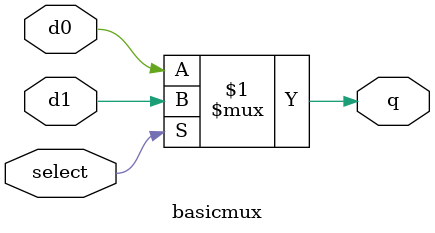
<source format=v>

/* Overly ambitious
module mux(
	input [BITS-1:0]select,
	input [DATAWIDTH-1:0]in[1 << BITS:1],
	output [DATAWIDTH-1:0]out);
	
	parameter BITS = 1;
	parameter DATAWIDTH = 1;
	
	wire [1 << BITS:0]tmp;
	
	genvar i, j, k;
	generate
		for (i = 0; i < DATAWIDTH; i = i + 1) begin:MUXTREE
			for (j = 0; j < BITS; j = j + 1) begin:TREELAYER
				for (k = 0; k < (1 << j); k = k + 1) begin:TREELEAF
					basicmux decision(select[j], tmp[
		
endmodule
*/

module basicmux(
	input select,
	input d0,
	input d1,
	output q);
	
	assign q = select ? d1 : d0;
endmodule



</source>
